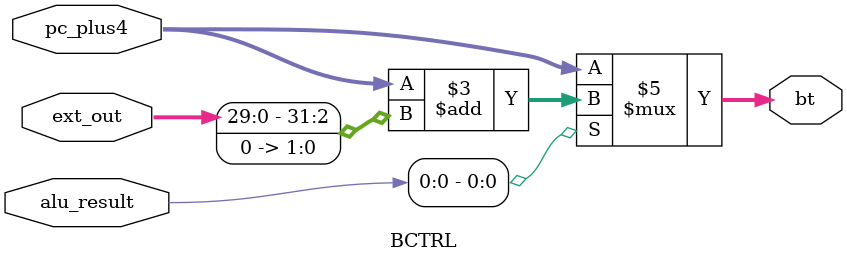
<source format=v>
`include "ctrl_encode_def.v"

module BCTRL(alu_result, ext_out, pc_plus4, bt);

input [31:0] alu_result;
input [31:0] ext_out;
input [31:0] pc_plus4;
output reg[31:0] bt;

always@(*)begin
    if(alu_result[0] == 1'b0)begin
        bt <= pc_plus4;
    end
    else begin
        bt <= pc_plus4 + {ext_out[29:0], 2'b00};
    end
end

endmodule
</source>
